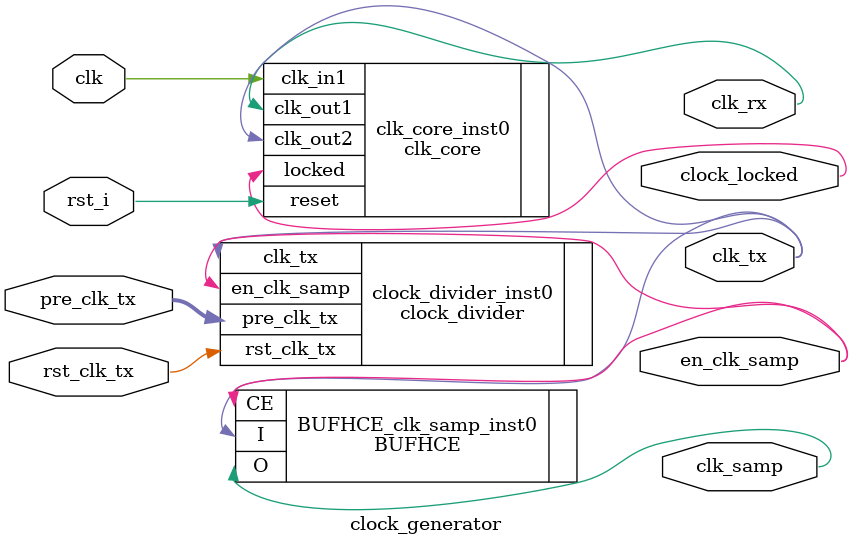
<source format=v>
`timescale 1ns / 1ps


module clock_generator(
    input clk,
    input rst_i,
    input rst_clk_tx,
    input [15:0] pre_clk_tx,
    
    output clk_rx,
    output clk_tx,
    output clk_samp,
    output en_clk_samp,
    output clock_locked
);
    clock_divider clock_divider_inst0(
        .clk_tx(clk_tx),
        .rst_clk_tx(rst_clk_tx),
        .pre_clk_tx(pre_clk_tx),
        .en_clk_samp(en_clk_samp)
    );

    clk_core clk_core_inst0(
        .clk_in1(clk),
        .clk_out1(clk_rx),
        .clk_out2(clk_tx),
        .reset(rst_i),
        .locked(clock_locked)
    );
    
    BUFHCE#(
        .INIT_OUT(0)
    )
    BUFHCE_clk_samp_inst0(
        .O(clk_samp),
        .CE(en_clk_samp),
        .I(clk_tx)
    );
endmodule

</source>
